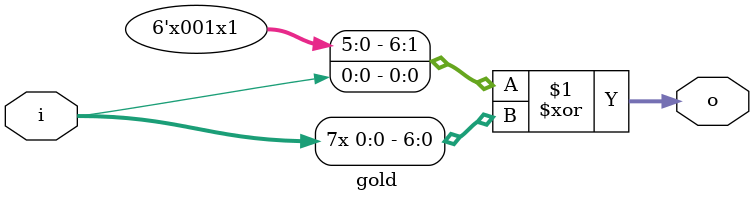
<source format=v>
module gold(input i, output [6:0] o);
assign o = {1'bx, 1'b0, 1'b0, 1'b1, 1'bx, 1'b1, i} ^ {7{i}};
endmodule

</source>
